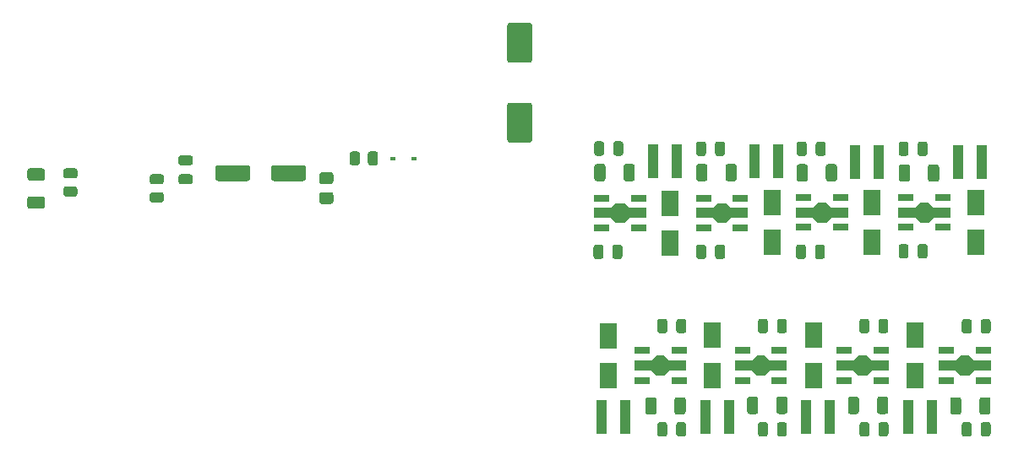
<source format=gtp>
G04 #@! TF.GenerationSoftware,KiCad,Pcbnew,5.1.12-84ad8e8a86~92~ubuntu20.04.1*
G04 #@! TF.CreationDate,2021-11-06T00:10:49+01:00*
G04 #@! TF.ProjectId,CC dimmer low voltage,43432064-696d-46d6-9572-206c6f772076,0.98*
G04 #@! TF.SameCoordinates,Original*
G04 #@! TF.FileFunction,Paste,Top*
G04 #@! TF.FilePolarity,Positive*
%FSLAX46Y46*%
G04 Gerber Fmt 4.6, Leading zero omitted, Abs format (unit mm)*
G04 Created by KiCad (PCBNEW 5.1.12-84ad8e8a86~92~ubuntu20.04.1) date 2021-11-06 00:10:49*
%MOMM*%
%LPD*%
G01*
G04 APERTURE LIST*
%ADD10R,0.980000X3.400000*%
%ADD11R,1.800000X2.500000*%
%ADD12R,0.600000X0.450000*%
%ADD13R,1.500000X0.700000*%
%ADD14C,0.150000*%
G04 APERTURE END LIST*
G36*
G01*
X159235200Y-98516200D02*
X159235200Y-97566200D01*
G75*
G02*
X159485200Y-97316200I250000J0D01*
G01*
X159985200Y-97316200D01*
G75*
G02*
X160235200Y-97566200I0J-250000D01*
G01*
X160235200Y-98516200D01*
G75*
G02*
X159985200Y-98766200I-250000J0D01*
G01*
X159485200Y-98766200D01*
G75*
G02*
X159235200Y-98516200I0J250000D01*
G01*
G37*
G36*
G01*
X157335200Y-98516200D02*
X157335200Y-97566200D01*
G75*
G02*
X157585200Y-97316200I250000J0D01*
G01*
X158085200Y-97316200D01*
G75*
G02*
X158335200Y-97566200I0J-250000D01*
G01*
X158335200Y-98516200D01*
G75*
G02*
X158085200Y-98766200I-250000J0D01*
G01*
X157585200Y-98766200D01*
G75*
G02*
X157335200Y-98516200I0J250000D01*
G01*
G37*
D10*
X158159000Y-114576600D03*
X160529000Y-114576600D03*
X168547600Y-114576600D03*
X170917600Y-114576600D03*
X178665600Y-114576600D03*
X181035600Y-114576600D03*
X188893000Y-114576600D03*
X191263000Y-114576600D03*
X196266800Y-88998800D03*
X193896800Y-88998800D03*
X185929000Y-88998800D03*
X183559000Y-88998800D03*
X175845200Y-88948000D03*
X173475200Y-88948000D03*
X165659800Y-88973400D03*
X163289800Y-88973400D03*
D11*
X189570000Y-106429800D03*
X189570000Y-110429800D03*
X169224600Y-110429800D03*
X169224600Y-106429800D03*
G36*
G01*
X157411400Y-88153000D02*
X157411400Y-87203000D01*
G75*
G02*
X157661400Y-86953000I250000J0D01*
G01*
X158161400Y-86953000D01*
G75*
G02*
X158411400Y-87203000I0J-250000D01*
G01*
X158411400Y-88153000D01*
G75*
G02*
X158161400Y-88403000I-250000J0D01*
G01*
X157661400Y-88403000D01*
G75*
G02*
X157411400Y-88153000I0J250000D01*
G01*
G37*
G36*
G01*
X159311400Y-88153000D02*
X159311400Y-87203000D01*
G75*
G02*
X159561400Y-86953000I250000J0D01*
G01*
X160061400Y-86953000D01*
G75*
G02*
X160311400Y-87203000I0J-250000D01*
G01*
X160311400Y-88153000D01*
G75*
G02*
X160061400Y-88403000I-250000J0D01*
G01*
X159561400Y-88403000D01*
G75*
G02*
X159311400Y-88153000I0J250000D01*
G01*
G37*
G36*
G01*
X167622200Y-98516200D02*
X167622200Y-97566200D01*
G75*
G02*
X167872200Y-97316200I250000J0D01*
G01*
X168372200Y-97316200D01*
G75*
G02*
X168622200Y-97566200I0J-250000D01*
G01*
X168622200Y-98516200D01*
G75*
G02*
X168372200Y-98766200I-250000J0D01*
G01*
X167872200Y-98766200D01*
G75*
G02*
X167622200Y-98516200I0J250000D01*
G01*
G37*
G36*
G01*
X169522200Y-98516200D02*
X169522200Y-97566200D01*
G75*
G02*
X169772200Y-97316200I250000J0D01*
G01*
X170272200Y-97316200D01*
G75*
G02*
X170522200Y-97566200I0J-250000D01*
G01*
X170522200Y-98516200D01*
G75*
G02*
X170272200Y-98766200I-250000J0D01*
G01*
X169772200Y-98766200D01*
G75*
G02*
X169522200Y-98516200I0J250000D01*
G01*
G37*
G36*
G01*
X167622200Y-88178400D02*
X167622200Y-87228400D01*
G75*
G02*
X167872200Y-86978400I250000J0D01*
G01*
X168372200Y-86978400D01*
G75*
G02*
X168622200Y-87228400I0J-250000D01*
G01*
X168622200Y-88178400D01*
G75*
G02*
X168372200Y-88428400I-250000J0D01*
G01*
X167872200Y-88428400D01*
G75*
G02*
X167622200Y-88178400I0J250000D01*
G01*
G37*
G36*
G01*
X169522200Y-88178400D02*
X169522200Y-87228400D01*
G75*
G02*
X169772200Y-86978400I250000J0D01*
G01*
X170272200Y-86978400D01*
G75*
G02*
X170522200Y-87228400I0J-250000D01*
G01*
X170522200Y-88178400D01*
G75*
G02*
X170272200Y-88428400I-250000J0D01*
G01*
X169772200Y-88428400D01*
G75*
G02*
X169522200Y-88178400I0J250000D01*
G01*
G37*
G36*
G01*
X177629800Y-98516200D02*
X177629800Y-97566200D01*
G75*
G02*
X177879800Y-97316200I250000J0D01*
G01*
X178379800Y-97316200D01*
G75*
G02*
X178629800Y-97566200I0J-250000D01*
G01*
X178629800Y-98516200D01*
G75*
G02*
X178379800Y-98766200I-250000J0D01*
G01*
X177879800Y-98766200D01*
G75*
G02*
X177629800Y-98516200I0J250000D01*
G01*
G37*
G36*
G01*
X179529800Y-98516200D02*
X179529800Y-97566200D01*
G75*
G02*
X179779800Y-97316200I250000J0D01*
G01*
X180279800Y-97316200D01*
G75*
G02*
X180529800Y-97566200I0J-250000D01*
G01*
X180529800Y-98516200D01*
G75*
G02*
X180279800Y-98766200I-250000J0D01*
G01*
X179779800Y-98766200D01*
G75*
G02*
X179529800Y-98516200I0J250000D01*
G01*
G37*
G36*
G01*
X179606000Y-88178400D02*
X179606000Y-87228400D01*
G75*
G02*
X179856000Y-86978400I250000J0D01*
G01*
X180356000Y-86978400D01*
G75*
G02*
X180606000Y-87228400I0J-250000D01*
G01*
X180606000Y-88178400D01*
G75*
G02*
X180356000Y-88428400I-250000J0D01*
G01*
X179856000Y-88428400D01*
G75*
G02*
X179606000Y-88178400I0J250000D01*
G01*
G37*
G36*
G01*
X177706000Y-88178400D02*
X177706000Y-87228400D01*
G75*
G02*
X177956000Y-86978400I250000J0D01*
G01*
X178456000Y-86978400D01*
G75*
G02*
X178706000Y-87228400I0J-250000D01*
G01*
X178706000Y-88178400D01*
G75*
G02*
X178456000Y-88428400I-250000J0D01*
G01*
X177956000Y-88428400D01*
G75*
G02*
X177706000Y-88178400I0J250000D01*
G01*
G37*
G36*
G01*
X189816800Y-98465400D02*
X189816800Y-97515400D01*
G75*
G02*
X190066800Y-97265400I250000J0D01*
G01*
X190566800Y-97265400D01*
G75*
G02*
X190816800Y-97515400I0J-250000D01*
G01*
X190816800Y-98465400D01*
G75*
G02*
X190566800Y-98715400I-250000J0D01*
G01*
X190066800Y-98715400D01*
G75*
G02*
X189816800Y-98465400I0J250000D01*
G01*
G37*
G36*
G01*
X187916800Y-98465400D02*
X187916800Y-97515400D01*
G75*
G02*
X188166800Y-97265400I250000J0D01*
G01*
X188666800Y-97265400D01*
G75*
G02*
X188916800Y-97515400I0J-250000D01*
G01*
X188916800Y-98465400D01*
G75*
G02*
X188666800Y-98715400I-250000J0D01*
G01*
X188166800Y-98715400D01*
G75*
G02*
X187916800Y-98465400I0J250000D01*
G01*
G37*
G36*
G01*
X187916800Y-88178400D02*
X187916800Y-87228400D01*
G75*
G02*
X188166800Y-86978400I250000J0D01*
G01*
X188666800Y-86978400D01*
G75*
G02*
X188916800Y-87228400I0J-250000D01*
G01*
X188916800Y-88178400D01*
G75*
G02*
X188666800Y-88428400I-250000J0D01*
G01*
X188166800Y-88428400D01*
G75*
G02*
X187916800Y-88178400I0J250000D01*
G01*
G37*
G36*
G01*
X189816800Y-88178400D02*
X189816800Y-87228400D01*
G75*
G02*
X190066800Y-86978400I250000J0D01*
G01*
X190566800Y-86978400D01*
G75*
G02*
X190816800Y-87228400I0J-250000D01*
G01*
X190816800Y-88178400D01*
G75*
G02*
X190566800Y-88428400I-250000J0D01*
G01*
X190066800Y-88428400D01*
G75*
G02*
X189816800Y-88178400I0J250000D01*
G01*
G37*
G36*
G01*
X195241400Y-105033800D02*
X195241400Y-105983800D01*
G75*
G02*
X194991400Y-106233800I-250000J0D01*
G01*
X194491400Y-106233800D01*
G75*
G02*
X194241400Y-105983800I0J250000D01*
G01*
X194241400Y-105033800D01*
G75*
G02*
X194491400Y-104783800I250000J0D01*
G01*
X194991400Y-104783800D01*
G75*
G02*
X195241400Y-105033800I0J-250000D01*
G01*
G37*
G36*
G01*
X197141400Y-105033800D02*
X197141400Y-105983800D01*
G75*
G02*
X196891400Y-106233800I-250000J0D01*
G01*
X196391400Y-106233800D01*
G75*
G02*
X196141400Y-105983800I0J250000D01*
G01*
X196141400Y-105033800D01*
G75*
G02*
X196391400Y-104783800I250000J0D01*
G01*
X196891400Y-104783800D01*
G75*
G02*
X197141400Y-105033800I0J-250000D01*
G01*
G37*
G36*
G01*
X197141400Y-115371600D02*
X197141400Y-116321600D01*
G75*
G02*
X196891400Y-116571600I-250000J0D01*
G01*
X196391400Y-116571600D01*
G75*
G02*
X196141400Y-116321600I0J250000D01*
G01*
X196141400Y-115371600D01*
G75*
G02*
X196391400Y-115121600I250000J0D01*
G01*
X196891400Y-115121600D01*
G75*
G02*
X197141400Y-115371600I0J-250000D01*
G01*
G37*
G36*
G01*
X195241400Y-115371600D02*
X195241400Y-116321600D01*
G75*
G02*
X194991400Y-116571600I-250000J0D01*
G01*
X194491400Y-116571600D01*
G75*
G02*
X194241400Y-116321600I0J250000D01*
G01*
X194241400Y-115371600D01*
G75*
G02*
X194491400Y-115121600I250000J0D01*
G01*
X194991400Y-115121600D01*
G75*
G02*
X195241400Y-115371600I0J-250000D01*
G01*
G37*
G36*
G01*
X184979800Y-105008400D02*
X184979800Y-105958400D01*
G75*
G02*
X184729800Y-106208400I-250000J0D01*
G01*
X184229800Y-106208400D01*
G75*
G02*
X183979800Y-105958400I0J250000D01*
G01*
X183979800Y-105008400D01*
G75*
G02*
X184229800Y-104758400I250000J0D01*
G01*
X184729800Y-104758400D01*
G75*
G02*
X184979800Y-105008400I0J-250000D01*
G01*
G37*
G36*
G01*
X186879800Y-105008400D02*
X186879800Y-105958400D01*
G75*
G02*
X186629800Y-106208400I-250000J0D01*
G01*
X186129800Y-106208400D01*
G75*
G02*
X185879800Y-105958400I0J250000D01*
G01*
X185879800Y-105008400D01*
G75*
G02*
X186129800Y-104758400I250000J0D01*
G01*
X186629800Y-104758400D01*
G75*
G02*
X186879800Y-105008400I0J-250000D01*
G01*
G37*
G36*
G01*
X184995000Y-115371600D02*
X184995000Y-116321600D01*
G75*
G02*
X184745000Y-116571600I-250000J0D01*
G01*
X184245000Y-116571600D01*
G75*
G02*
X183995000Y-116321600I0J250000D01*
G01*
X183995000Y-115371600D01*
G75*
G02*
X184245000Y-115121600I250000J0D01*
G01*
X184745000Y-115121600D01*
G75*
G02*
X184995000Y-115371600I0J-250000D01*
G01*
G37*
G36*
G01*
X186895000Y-115371600D02*
X186895000Y-116321600D01*
G75*
G02*
X186645000Y-116571600I-250000J0D01*
G01*
X186145000Y-116571600D01*
G75*
G02*
X185895000Y-116321600I0J250000D01*
G01*
X185895000Y-115371600D01*
G75*
G02*
X186145000Y-115121600I250000J0D01*
G01*
X186645000Y-115121600D01*
G75*
G02*
X186895000Y-115371600I0J-250000D01*
G01*
G37*
G36*
G01*
X176719800Y-105008400D02*
X176719800Y-105958400D01*
G75*
G02*
X176469800Y-106208400I-250000J0D01*
G01*
X175969800Y-106208400D01*
G75*
G02*
X175719800Y-105958400I0J250000D01*
G01*
X175719800Y-105008400D01*
G75*
G02*
X175969800Y-104758400I250000J0D01*
G01*
X176469800Y-104758400D01*
G75*
G02*
X176719800Y-105008400I0J-250000D01*
G01*
G37*
G36*
G01*
X174819800Y-105008400D02*
X174819800Y-105958400D01*
G75*
G02*
X174569800Y-106208400I-250000J0D01*
G01*
X174069800Y-106208400D01*
G75*
G02*
X173819800Y-105958400I0J250000D01*
G01*
X173819800Y-105008400D01*
G75*
G02*
X174069800Y-104758400I250000J0D01*
G01*
X174569800Y-104758400D01*
G75*
G02*
X174819800Y-105008400I0J-250000D01*
G01*
G37*
G36*
G01*
X174819800Y-115371600D02*
X174819800Y-116321600D01*
G75*
G02*
X174569800Y-116571600I-250000J0D01*
G01*
X174069800Y-116571600D01*
G75*
G02*
X173819800Y-116321600I0J250000D01*
G01*
X173819800Y-115371600D01*
G75*
G02*
X174069800Y-115121600I250000J0D01*
G01*
X174569800Y-115121600D01*
G75*
G02*
X174819800Y-115371600I0J-250000D01*
G01*
G37*
G36*
G01*
X176719800Y-115371600D02*
X176719800Y-116321600D01*
G75*
G02*
X176469800Y-116571600I-250000J0D01*
G01*
X175969800Y-116571600D01*
G75*
G02*
X175719800Y-116321600I0J250000D01*
G01*
X175719800Y-115371600D01*
G75*
G02*
X175969800Y-115121600I250000J0D01*
G01*
X176469800Y-115121600D01*
G75*
G02*
X176719800Y-115371600I0J-250000D01*
G01*
G37*
G36*
G01*
X164736000Y-105008400D02*
X164736000Y-105958400D01*
G75*
G02*
X164486000Y-106208400I-250000J0D01*
G01*
X163986000Y-106208400D01*
G75*
G02*
X163736000Y-105958400I0J250000D01*
G01*
X163736000Y-105008400D01*
G75*
G02*
X163986000Y-104758400I250000J0D01*
G01*
X164486000Y-104758400D01*
G75*
G02*
X164736000Y-105008400I0J-250000D01*
G01*
G37*
G36*
G01*
X166636000Y-105008400D02*
X166636000Y-105958400D01*
G75*
G02*
X166386000Y-106208400I-250000J0D01*
G01*
X165886000Y-106208400D01*
G75*
G02*
X165636000Y-105958400I0J250000D01*
G01*
X165636000Y-105008400D01*
G75*
G02*
X165886000Y-104758400I250000J0D01*
G01*
X166386000Y-104758400D01*
G75*
G02*
X166636000Y-105008400I0J-250000D01*
G01*
G37*
G36*
G01*
X166625800Y-115371600D02*
X166625800Y-116321600D01*
G75*
G02*
X166375800Y-116571600I-250000J0D01*
G01*
X165875800Y-116571600D01*
G75*
G02*
X165625800Y-116321600I0J250000D01*
G01*
X165625800Y-115371600D01*
G75*
G02*
X165875800Y-115121600I250000J0D01*
G01*
X166375800Y-115121600D01*
G75*
G02*
X166625800Y-115371600I0J-250000D01*
G01*
G37*
G36*
G01*
X164725800Y-115371600D02*
X164725800Y-116321600D01*
G75*
G02*
X164475800Y-116571600I-250000J0D01*
G01*
X163975800Y-116571600D01*
G75*
G02*
X163725800Y-116321600I0J250000D01*
G01*
X163725800Y-115371600D01*
G75*
G02*
X163975800Y-115121600I250000J0D01*
G01*
X164475800Y-115121600D01*
G75*
G02*
X164725800Y-115371600I0J-250000D01*
G01*
G37*
G36*
G01*
X150946000Y-87074000D02*
X148946000Y-87074000D01*
G75*
G02*
X148696000Y-86824000I0J250000D01*
G01*
X148696000Y-83324000D01*
G75*
G02*
X148946000Y-83074000I250000J0D01*
G01*
X150946000Y-83074000D01*
G75*
G02*
X151196000Y-83324000I0J-250000D01*
G01*
X151196000Y-86824000D01*
G75*
G02*
X150946000Y-87074000I-250000J0D01*
G01*
G37*
G36*
G01*
X150946000Y-79074000D02*
X148946000Y-79074000D01*
G75*
G02*
X148696000Y-78824000I0J250000D01*
G01*
X148696000Y-75324000D01*
G75*
G02*
X148946000Y-75074000I250000J0D01*
G01*
X150946000Y-75074000D01*
G75*
G02*
X151196000Y-75324000I0J-250000D01*
G01*
X151196000Y-78824000D01*
G75*
G02*
X150946000Y-79074000I-250000J0D01*
G01*
G37*
G36*
G01*
X128537200Y-89591800D02*
X128537200Y-90691800D01*
G75*
G02*
X128287200Y-90941800I-250000J0D01*
G01*
X125287200Y-90941800D01*
G75*
G02*
X125037200Y-90691800I0J250000D01*
G01*
X125037200Y-89591800D01*
G75*
G02*
X125287200Y-89341800I250000J0D01*
G01*
X128287200Y-89341800D01*
G75*
G02*
X128537200Y-89591800I0J-250000D01*
G01*
G37*
G36*
G01*
X122937200Y-89591800D02*
X122937200Y-90691800D01*
G75*
G02*
X122687200Y-90941800I-250000J0D01*
G01*
X119687200Y-90941800D01*
G75*
G02*
X119437200Y-90691800I0J250000D01*
G01*
X119437200Y-89591800D01*
G75*
G02*
X119687200Y-89341800I250000J0D01*
G01*
X122687200Y-89341800D01*
G75*
G02*
X122937200Y-89591800I0J-250000D01*
G01*
G37*
G36*
G01*
X116943800Y-91261600D02*
X115993800Y-91261600D01*
G75*
G02*
X115743800Y-91011600I0J250000D01*
G01*
X115743800Y-90511600D01*
G75*
G02*
X115993800Y-90261600I250000J0D01*
G01*
X116943800Y-90261600D01*
G75*
G02*
X117193800Y-90511600I0J-250000D01*
G01*
X117193800Y-91011600D01*
G75*
G02*
X116943800Y-91261600I-250000J0D01*
G01*
G37*
G36*
G01*
X116943800Y-89361600D02*
X115993800Y-89361600D01*
G75*
G02*
X115743800Y-89111600I0J250000D01*
G01*
X115743800Y-88611600D01*
G75*
G02*
X115993800Y-88361600I250000J0D01*
G01*
X116943800Y-88361600D01*
G75*
G02*
X117193800Y-88611600I0J-250000D01*
G01*
X117193800Y-89111600D01*
G75*
G02*
X116943800Y-89361600I-250000J0D01*
G01*
G37*
X164982800Y-97145600D03*
X164982800Y-93145600D03*
X175219000Y-97120200D03*
X175219000Y-93120200D03*
X185226600Y-97094800D03*
X185226600Y-93094800D03*
X195615200Y-93120200D03*
X195615200Y-97120200D03*
X179359200Y-110429800D03*
X179359200Y-106429800D03*
X158836000Y-110455200D03*
X158836000Y-106455200D03*
D12*
X139337400Y-88668600D03*
X137237400Y-88668600D03*
G36*
G01*
X102107800Y-93716200D02*
X100857800Y-93716200D01*
G75*
G02*
X100607800Y-93466200I0J250000D01*
G01*
X100607800Y-92716200D01*
G75*
G02*
X100857800Y-92466200I250000J0D01*
G01*
X102107800Y-92466200D01*
G75*
G02*
X102357800Y-92716200I0J-250000D01*
G01*
X102357800Y-93466200D01*
G75*
G02*
X102107800Y-93716200I-250000J0D01*
G01*
G37*
G36*
G01*
X102107800Y-90916200D02*
X100857800Y-90916200D01*
G75*
G02*
X100607800Y-90666200I0J250000D01*
G01*
X100607800Y-89916200D01*
G75*
G02*
X100857800Y-89666200I250000J0D01*
G01*
X102107800Y-89666200D01*
G75*
G02*
X102357800Y-89916200I0J-250000D01*
G01*
X102357800Y-90666200D01*
G75*
G02*
X102107800Y-90916200I-250000J0D01*
G01*
G37*
G36*
G01*
X130115799Y-90056400D02*
X131015801Y-90056400D01*
G75*
G02*
X131265800Y-90306399I0J-249999D01*
G01*
X131265800Y-91006401D01*
G75*
G02*
X131015801Y-91256400I-249999J0D01*
G01*
X130115799Y-91256400D01*
G75*
G02*
X129865800Y-91006401I0J249999D01*
G01*
X129865800Y-90306399D01*
G75*
G02*
X130115799Y-90056400I249999J0D01*
G01*
G37*
G36*
G01*
X130115799Y-92056400D02*
X131015801Y-92056400D01*
G75*
G02*
X131265800Y-92306399I0J-249999D01*
G01*
X131265800Y-93006401D01*
G75*
G02*
X131015801Y-93256400I-249999J0D01*
G01*
X130115799Y-93256400D01*
G75*
G02*
X129865800Y-93006401I0J249999D01*
G01*
X129865800Y-92306399D01*
G75*
G02*
X130115799Y-92056400I249999J0D01*
G01*
G37*
G36*
G01*
X157420600Y-90716003D02*
X157420600Y-89465997D01*
G75*
G02*
X157670597Y-89216000I249997J0D01*
G01*
X158295603Y-89216000D01*
G75*
G02*
X158545600Y-89465997I0J-249997D01*
G01*
X158545600Y-90716003D01*
G75*
G02*
X158295603Y-90966000I-249997J0D01*
G01*
X157670597Y-90966000D01*
G75*
G02*
X157420600Y-90716003I0J249997D01*
G01*
G37*
G36*
G01*
X160345600Y-90716003D02*
X160345600Y-89465997D01*
G75*
G02*
X160595597Y-89216000I249997J0D01*
G01*
X161220603Y-89216000D01*
G75*
G02*
X161470600Y-89465997I0J-249997D01*
G01*
X161470600Y-90716003D01*
G75*
G02*
X161220603Y-90966000I-249997J0D01*
G01*
X160595597Y-90966000D01*
G75*
G02*
X160345600Y-90716003I0J249997D01*
G01*
G37*
G36*
G01*
X170556400Y-90716003D02*
X170556400Y-89465997D01*
G75*
G02*
X170806397Y-89216000I249997J0D01*
G01*
X171431403Y-89216000D01*
G75*
G02*
X171681400Y-89465997I0J-249997D01*
G01*
X171681400Y-90716003D01*
G75*
G02*
X171431403Y-90966000I-249997J0D01*
G01*
X170806397Y-90966000D01*
G75*
G02*
X170556400Y-90716003I0J249997D01*
G01*
G37*
G36*
G01*
X167631400Y-90716003D02*
X167631400Y-89465997D01*
G75*
G02*
X167881397Y-89216000I249997J0D01*
G01*
X168506403Y-89216000D01*
G75*
G02*
X168756400Y-89465997I0J-249997D01*
G01*
X168756400Y-90716003D01*
G75*
G02*
X168506403Y-90966000I-249997J0D01*
G01*
X167881397Y-90966000D01*
G75*
G02*
X167631400Y-90716003I0J249997D01*
G01*
G37*
G36*
G01*
X180614800Y-90741403D02*
X180614800Y-89491397D01*
G75*
G02*
X180864797Y-89241400I249997J0D01*
G01*
X181489803Y-89241400D01*
G75*
G02*
X181739800Y-89491397I0J-249997D01*
G01*
X181739800Y-90741403D01*
G75*
G02*
X181489803Y-90991400I-249997J0D01*
G01*
X180864797Y-90991400D01*
G75*
G02*
X180614800Y-90741403I0J249997D01*
G01*
G37*
G36*
G01*
X177689800Y-90741403D02*
X177689800Y-89491397D01*
G75*
G02*
X177939797Y-89241400I249997J0D01*
G01*
X178564803Y-89241400D01*
G75*
G02*
X178814800Y-89491397I0J-249997D01*
G01*
X178814800Y-90741403D01*
G75*
G02*
X178564803Y-90991400I-249997J0D01*
G01*
X177939797Y-90991400D01*
G75*
G02*
X177689800Y-90741403I0J249997D01*
G01*
G37*
G36*
G01*
X187926000Y-90766803D02*
X187926000Y-89516797D01*
G75*
G02*
X188175997Y-89266800I249997J0D01*
G01*
X188801003Y-89266800D01*
G75*
G02*
X189051000Y-89516797I0J-249997D01*
G01*
X189051000Y-90766803D01*
G75*
G02*
X188801003Y-91016800I-249997J0D01*
G01*
X188175997Y-91016800D01*
G75*
G02*
X187926000Y-90766803I0J249997D01*
G01*
G37*
G36*
G01*
X190851000Y-90766803D02*
X190851000Y-89516797D01*
G75*
G02*
X191100997Y-89266800I249997J0D01*
G01*
X191726003Y-89266800D01*
G75*
G02*
X191976000Y-89516797I0J-249997D01*
G01*
X191976000Y-90766803D01*
G75*
G02*
X191726003Y-91016800I-249997J0D01*
G01*
X191100997Y-91016800D01*
G75*
G02*
X190851000Y-90766803I0J249997D01*
G01*
G37*
G36*
G01*
X194202000Y-112869997D02*
X194202000Y-114120003D01*
G75*
G02*
X193952003Y-114370000I-249997J0D01*
G01*
X193326997Y-114370000D01*
G75*
G02*
X193077000Y-114120003I0J249997D01*
G01*
X193077000Y-112869997D01*
G75*
G02*
X193326997Y-112620000I249997J0D01*
G01*
X193952003Y-112620000D01*
G75*
G02*
X194202000Y-112869997I0J-249997D01*
G01*
G37*
G36*
G01*
X197127000Y-112869997D02*
X197127000Y-114120003D01*
G75*
G02*
X196877003Y-114370000I-249997J0D01*
G01*
X196251997Y-114370000D01*
G75*
G02*
X196002000Y-114120003I0J249997D01*
G01*
X196002000Y-112869997D01*
G75*
G02*
X196251997Y-112620000I249997J0D01*
G01*
X196877003Y-112620000D01*
G75*
G02*
X197127000Y-112869997I0J-249997D01*
G01*
G37*
G36*
G01*
X186881300Y-112808597D02*
X186881300Y-114058603D01*
G75*
G02*
X186631303Y-114308600I-249997J0D01*
G01*
X186006297Y-114308600D01*
G75*
G02*
X185756300Y-114058603I0J249997D01*
G01*
X185756300Y-112808597D01*
G75*
G02*
X186006297Y-112558600I249997J0D01*
G01*
X186631303Y-112558600D01*
G75*
G02*
X186881300Y-112808597I0J-249997D01*
G01*
G37*
G36*
G01*
X183956300Y-112808597D02*
X183956300Y-114058603D01*
G75*
G02*
X183706303Y-114308600I-249997J0D01*
G01*
X183081297Y-114308600D01*
G75*
G02*
X182831300Y-114058603I0J249997D01*
G01*
X182831300Y-112808597D01*
G75*
G02*
X183081297Y-112558600I249997J0D01*
G01*
X183706303Y-112558600D01*
G75*
G02*
X183956300Y-112808597I0J-249997D01*
G01*
G37*
G36*
G01*
X173852000Y-112808597D02*
X173852000Y-114058603D01*
G75*
G02*
X173602003Y-114308600I-249997J0D01*
G01*
X172976997Y-114308600D01*
G75*
G02*
X172727000Y-114058603I0J249997D01*
G01*
X172727000Y-112808597D01*
G75*
G02*
X172976997Y-112558600I249997J0D01*
G01*
X173602003Y-112558600D01*
G75*
G02*
X173852000Y-112808597I0J-249997D01*
G01*
G37*
G36*
G01*
X176777000Y-112808597D02*
X176777000Y-114058603D01*
G75*
G02*
X176527003Y-114308600I-249997J0D01*
G01*
X175901997Y-114308600D01*
G75*
G02*
X175652000Y-114058603I0J249997D01*
G01*
X175652000Y-112808597D01*
G75*
G02*
X175901997Y-112558600I249997J0D01*
G01*
X176527003Y-112558600D01*
G75*
G02*
X176777000Y-112808597I0J-249997D01*
G01*
G37*
G36*
G01*
X166577000Y-112869997D02*
X166577000Y-114120003D01*
G75*
G02*
X166327003Y-114370000I-249997J0D01*
G01*
X165701997Y-114370000D01*
G75*
G02*
X165452000Y-114120003I0J249997D01*
G01*
X165452000Y-112869997D01*
G75*
G02*
X165701997Y-112620000I249997J0D01*
G01*
X166327003Y-112620000D01*
G75*
G02*
X166577000Y-112869997I0J-249997D01*
G01*
G37*
G36*
G01*
X163652000Y-112869997D02*
X163652000Y-114120003D01*
G75*
G02*
X163402003Y-114370000I-249997J0D01*
G01*
X162776997Y-114370000D01*
G75*
G02*
X162527000Y-114120003I0J249997D01*
G01*
X162527000Y-112869997D01*
G75*
G02*
X162776997Y-112620000I249997J0D01*
G01*
X163402003Y-112620000D01*
G75*
G02*
X163652000Y-112869997I0J-249997D01*
G01*
G37*
G36*
G01*
X113123198Y-90240800D02*
X114023202Y-90240800D01*
G75*
G02*
X114273200Y-90490798I0J-249998D01*
G01*
X114273200Y-91015802D01*
G75*
G02*
X114023202Y-91265800I-249998J0D01*
G01*
X113123198Y-91265800D01*
G75*
G02*
X112873200Y-91015802I0J249998D01*
G01*
X112873200Y-90490798D01*
G75*
G02*
X113123198Y-90240800I249998J0D01*
G01*
G37*
G36*
G01*
X113123198Y-92065800D02*
X114023202Y-92065800D01*
G75*
G02*
X114273200Y-92315798I0J-249998D01*
G01*
X114273200Y-92840802D01*
G75*
G02*
X114023202Y-93090800I-249998J0D01*
G01*
X113123198Y-93090800D01*
G75*
G02*
X112873200Y-92840802I0J249998D01*
G01*
X112873200Y-92315798D01*
G75*
G02*
X113123198Y-92065800I249998J0D01*
G01*
G37*
G36*
G01*
X133925000Y-88218598D02*
X133925000Y-89118602D01*
G75*
G02*
X133675002Y-89368600I-249998J0D01*
G01*
X133149998Y-89368600D01*
G75*
G02*
X132900000Y-89118602I0J249998D01*
G01*
X132900000Y-88218598D01*
G75*
G02*
X133149998Y-87968600I249998J0D01*
G01*
X133675002Y-87968600D01*
G75*
G02*
X133925000Y-88218598I0J-249998D01*
G01*
G37*
G36*
G01*
X135750000Y-88218598D02*
X135750000Y-89118602D01*
G75*
G02*
X135500002Y-89368600I-249998J0D01*
G01*
X134974998Y-89368600D01*
G75*
G02*
X134725000Y-89118602I0J249998D01*
G01*
X134725000Y-88218598D01*
G75*
G02*
X134974998Y-87968600I249998J0D01*
G01*
X135500002Y-87968600D01*
G75*
G02*
X135750000Y-88218598I0J-249998D01*
G01*
G37*
G36*
G01*
X105361802Y-92506600D02*
X104461798Y-92506600D01*
G75*
G02*
X104211800Y-92256602I0J249998D01*
G01*
X104211800Y-91731598D01*
G75*
G02*
X104461798Y-91481600I249998J0D01*
G01*
X105361802Y-91481600D01*
G75*
G02*
X105611800Y-91731598I0J-249998D01*
G01*
X105611800Y-92256602D01*
G75*
G02*
X105361802Y-92506600I-249998J0D01*
G01*
G37*
G36*
G01*
X105361802Y-90681600D02*
X104461798Y-90681600D01*
G75*
G02*
X104211800Y-90431602I0J249998D01*
G01*
X104211800Y-89906598D01*
G75*
G02*
X104461798Y-89656600I249998J0D01*
G01*
X105361802Y-89656600D01*
G75*
G02*
X105611800Y-89906598I0J-249998D01*
G01*
X105611800Y-90431602D01*
G75*
G02*
X105361802Y-90681600I-249998J0D01*
G01*
G37*
D13*
X158152000Y-95645000D03*
X158152000Y-92645000D03*
X161852000Y-95645000D03*
X161852000Y-92645000D03*
D14*
G36*
X159102000Y-94645000D02*
G01*
X157402000Y-94645000D01*
X157402000Y-93645000D01*
X159102000Y-93645000D01*
X159602000Y-93145000D01*
X160402000Y-93145000D01*
X160902000Y-93645000D01*
X162602000Y-93645000D01*
X162602000Y-94645000D01*
X160902000Y-94645000D01*
X160402000Y-95145000D01*
X159602000Y-95145000D01*
X159102000Y-94645000D01*
G37*
D13*
X168352000Y-95645000D03*
X168352000Y-92645000D03*
X172052000Y-95645000D03*
X172052000Y-92645000D03*
D14*
G36*
X169302000Y-94645000D02*
G01*
X167602000Y-94645000D01*
X167602000Y-93645000D01*
X169302000Y-93645000D01*
X169802000Y-93145000D01*
X170602000Y-93145000D01*
X171102000Y-93645000D01*
X172802000Y-93645000D01*
X172802000Y-94645000D01*
X171102000Y-94645000D01*
X170602000Y-95145000D01*
X169802000Y-95145000D01*
X169302000Y-94645000D01*
G37*
G36*
X179352000Y-94595000D02*
G01*
X177652000Y-94595000D01*
X177652000Y-93595000D01*
X179352000Y-93595000D01*
X179852000Y-93095000D01*
X180652000Y-93095000D01*
X181152000Y-93595000D01*
X182852000Y-93595000D01*
X182852000Y-94595000D01*
X181152000Y-94595000D01*
X180652000Y-95095000D01*
X179852000Y-95095000D01*
X179352000Y-94595000D01*
G37*
D13*
X182102000Y-92595000D03*
X182102000Y-95595000D03*
X178402000Y-92595000D03*
X178402000Y-95595000D03*
D14*
G36*
X189602000Y-94595000D02*
G01*
X187902000Y-94595000D01*
X187902000Y-93595000D01*
X189602000Y-93595000D01*
X190102000Y-93095000D01*
X190902000Y-93095000D01*
X191402000Y-93595000D01*
X193102000Y-93595000D01*
X193102000Y-94595000D01*
X191402000Y-94595000D01*
X190902000Y-95095000D01*
X190102000Y-95095000D01*
X189602000Y-94595000D01*
G37*
D13*
X192352000Y-92595000D03*
X192352000Y-95595000D03*
X188652000Y-92595000D03*
X188652000Y-95595000D03*
D14*
G36*
X195452000Y-108945000D02*
G01*
X197152000Y-108945000D01*
X197152000Y-109945000D01*
X195452000Y-109945000D01*
X194952000Y-110445000D01*
X194152000Y-110445000D01*
X193652000Y-109945000D01*
X191952000Y-109945000D01*
X191952000Y-108945000D01*
X193652000Y-108945000D01*
X194152000Y-108445000D01*
X194952000Y-108445000D01*
X195452000Y-108945000D01*
G37*
D13*
X192702000Y-110945000D03*
X192702000Y-107945000D03*
X196402000Y-110945000D03*
X196402000Y-107945000D03*
D14*
G36*
X185202000Y-108945000D02*
G01*
X186902000Y-108945000D01*
X186902000Y-109945000D01*
X185202000Y-109945000D01*
X184702000Y-110445000D01*
X183902000Y-110445000D01*
X183402000Y-109945000D01*
X181702000Y-109945000D01*
X181702000Y-108945000D01*
X183402000Y-108945000D01*
X183902000Y-108445000D01*
X184702000Y-108445000D01*
X185202000Y-108945000D01*
G37*
D13*
X182452000Y-110945000D03*
X182452000Y-107945000D03*
X186152000Y-110945000D03*
X186152000Y-107945000D03*
X175952000Y-107945000D03*
X175952000Y-110945000D03*
X172252000Y-107945000D03*
X172252000Y-110945000D03*
D14*
G36*
X175002000Y-108945000D02*
G01*
X176702000Y-108945000D01*
X176702000Y-109945000D01*
X175002000Y-109945000D01*
X174502000Y-110445000D01*
X173702000Y-110445000D01*
X173202000Y-109945000D01*
X171502000Y-109945000D01*
X171502000Y-108945000D01*
X173202000Y-108945000D01*
X173702000Y-108445000D01*
X174502000Y-108445000D01*
X175002000Y-108945000D01*
G37*
D13*
X165902000Y-107945000D03*
X165902000Y-110945000D03*
X162202000Y-107945000D03*
X162202000Y-110945000D03*
D14*
G36*
X164952000Y-108945000D02*
G01*
X166652000Y-108945000D01*
X166652000Y-109945000D01*
X164952000Y-109945000D01*
X164452000Y-110445000D01*
X163652000Y-110445000D01*
X163152000Y-109945000D01*
X161452000Y-109945000D01*
X161452000Y-108945000D01*
X163152000Y-108945000D01*
X163652000Y-108445000D01*
X164452000Y-108445000D01*
X164952000Y-108945000D01*
G37*
M02*

</source>
